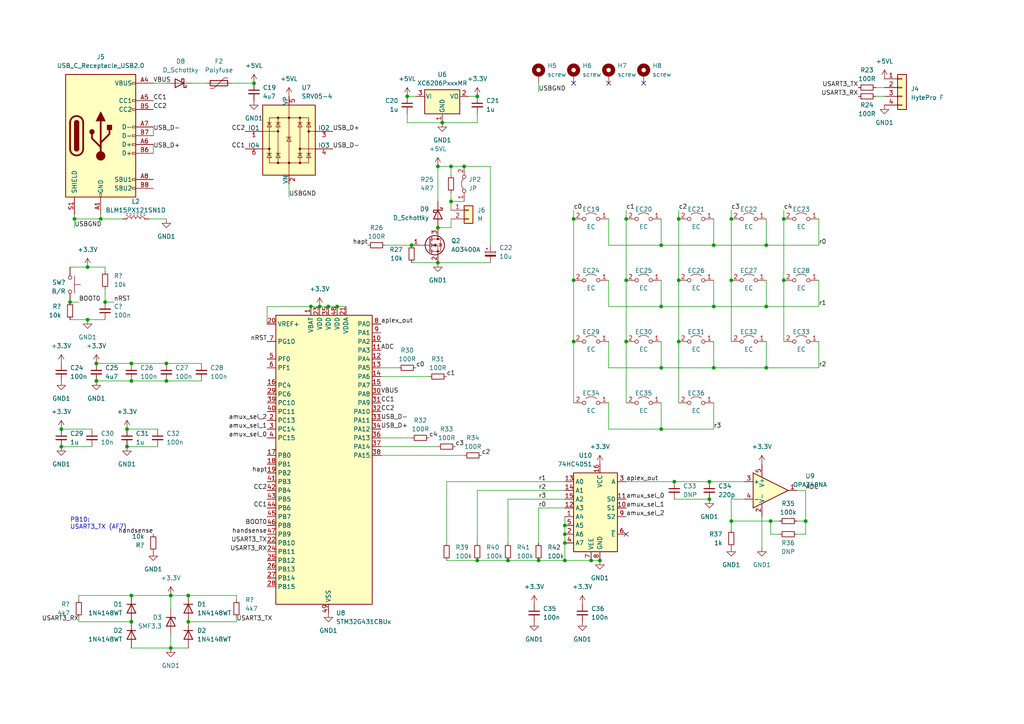
<source format=kicad_sch>
(kicad_sch (version 20231120) (generator "eeschema") (generator_version "8.0")
  (paper "A4")
  (junction (at 90.17 88.9))
  (junction (at 212.09 63.5))
  (junction (at 222.25 71.12))
  (junction (at 191.77 124.46))
  (junction (at 127 66.04))
  (junction (at 163.83 157.48))
  (junction (at 163.83 152.4))
  (junction (at 128.27 35.56))
  (junction (at 95.25 88.9))
  (junction (at 54.61 180.34))
  (junction (at 207.01 88.9))
  (junction (at 195.58 139.7))
  (junction (at 212.09 81.28))
  (junction (at 118.11 27.94))
  (junction (at 138.43 27.94))
  (junction (at 227.33 63.5))
  (junction (at 196.85 99.06))
  (junction (at 17.78 124.46))
  (junction (at 173.99 162.56))
  (junction (at 207.01 71.12))
  (junction (at 119.38 71.12))
  (junction (at 191.77 106.68))
  (junction (at 181.61 81.28))
  (junction (at 48.26 110.49))
  (junction (at 25.4 92.71))
  (junction (at 27.94 105.41))
  (junction (at 130.81 58.42))
  (junction (at 138.43 162.56))
  (junction (at 21.59 63.5))
  (junction (at 181.61 63.5))
  (junction (at 191.77 71.12))
  (junction (at 156.21 162.56))
  (junction (at 205.74 144.78))
  (junction (at 25.4 77.47))
  (junction (at 27.94 110.49))
  (junction (at 48.26 105.41))
  (junction (at 97.79 88.9))
  (junction (at 166.37 81.28))
  (junction (at 127 76.2))
  (junction (at 196.85 81.28))
  (junction (at 166.37 63.5))
  (junction (at 196.85 63.5))
  (junction (at 36.83 124.46))
  (junction (at 38.1 172.72))
  (junction (at 38.1 110.49))
  (junction (at 227.33 81.28))
  (junction (at 38.1 105.41))
  (junction (at 36.83 129.54))
  (junction (at 222.25 88.9))
  (junction (at 30.48 87.63))
  (junction (at 134.62 48.26))
  (junction (at 29.21 63.5))
  (junction (at 147.32 162.56))
  (junction (at 223.52 151.13))
  (junction (at 171.45 162.56))
  (junction (at 205.74 139.7))
  (junction (at 49.53 172.72))
  (junction (at 166.37 99.06))
  (junction (at 191.77 88.9))
  (junction (at 54.61 172.72))
  (junction (at 49.53 187.96))
  (junction (at 233.68 151.13))
  (junction (at 17.78 129.54))
  (junction (at 181.61 99.06))
  (junction (at 163.83 162.56))
  (junction (at 212.09 151.13))
  (junction (at 130.81 48.26))
  (junction (at 38.1 180.34))
  (junction (at 207.01 106.68))
  (junction (at 73.66 24.13))
  (junction (at 163.83 154.94))
  (junction (at 222.25 106.68))
  (junction (at 127 48.26))
  (junction (at 20.32 87.63))
  (junction (at 92.71 88.9))
  (no_connect (at 181.61 154.94))
  (no_connect (at 186.69 24.13))
  (no_connect (at 166.37 24.13))
  (no_connect (at 176.53 24.13))
  (wire (pts (xy 130.81 48.26) (xy 134.62 48.26)))
  (wire (pts (xy 227.33 81.28) (xy 227.33 99.06)))
  (wire (pts (xy 156.21 157.48) (xy 156.21 147.32)))
  (wire (pts (xy 222.25 88.9) (xy 237.49 88.9)))
  (wire (pts (xy 20.32 87.63) (xy 22.86 87.63)))
  (wire (pts (xy 237.49 81.28) (xy 237.49 88.9)))
  (wire (pts (xy 233.68 151.13) (xy 233.68 154.94)))
  (wire (pts (xy 142.24 71.12) (xy 142.24 48.26)))
  (wire (pts (xy 110.49 127) (xy 119.38 127)))
  (wire (pts (xy 147.32 157.48) (xy 147.32 144.78)))
  (wire (pts (xy 111.76 71.12) (xy 119.38 71.12)))
  (wire (pts (xy 223.52 151.13) (xy 223.52 154.94)))
  (wire (pts (xy 176.53 106.68) (xy 176.53 99.06)))
  (wire (pts (xy 17.78 124.46) (xy 26.67 124.46)))
  (wire (pts (xy 207.01 116.84) (xy 207.01 124.46)))
  (wire (pts (xy 163.83 162.56) (xy 171.45 162.56)))
  (wire (pts (xy 254 27.94) (xy 256.54 27.94)))
  (wire (pts (xy 212.09 153.67) (xy 212.09 151.13)))
  (wire (pts (xy 237.49 99.06) (xy 237.49 106.68)))
  (wire (pts (xy 196.85 99.06) (xy 196.85 116.84)))
  (wire (pts (xy 36.83 124.46) (xy 45.72 124.46)))
  (wire (pts (xy 43.18 63.5) (xy 48.26 63.5)))
  (wire (pts (xy 130.81 63.5) (xy 130.81 66.04)))
  (wire (pts (xy 92.71 88.9) (xy 95.25 88.9)))
  (wire (pts (xy 68.58 173.99) (xy 68.58 172.72)))
  (wire (pts (xy 212.09 151.13) (xy 212.09 144.78)))
  (wire (pts (xy 38.1 110.49) (xy 48.26 110.49)))
  (wire (pts (xy 27.94 105.41) (xy 38.1 105.41)))
  (wire (pts (xy 191.77 71.12) (xy 176.53 71.12)))
  (wire (pts (xy 49.53 187.96) (xy 54.61 187.96)))
  (wire (pts (xy 22.86 179.07) (xy 22.86 180.34)))
  (wire (pts (xy 54.61 172.72) (xy 68.58 172.72)))
  (wire (pts (xy 176.53 71.12) (xy 176.53 63.5)))
  (wire (pts (xy 124.46 109.22) (xy 110.49 109.22)))
  (wire (pts (xy 127 48.26) (xy 130.81 48.26)))
  (wire (pts (xy 254 25.4) (xy 256.54 25.4)))
  (wire (pts (xy 83.82 53.34) (xy 83.82 57.15)))
  (wire (pts (xy 118.11 27.94) (xy 120.65 27.94)))
  (wire (pts (xy 181.61 99.06) (xy 181.61 116.84)))
  (wire (pts (xy 147.32 162.56) (xy 156.21 162.56)))
  (wire (pts (xy 181.61 60.96) (xy 181.61 63.5)))
  (wire (pts (xy 30.48 83.82) (xy 30.48 87.63)))
  (wire (pts (xy 129.54 157.48) (xy 129.54 139.7)))
  (wire (pts (xy 191.77 81.28) (xy 191.77 88.9)))
  (wire (pts (xy 191.77 106.68) (xy 176.53 106.68)))
  (wire (pts (xy 191.77 99.06) (xy 191.77 106.68)))
  (wire (pts (xy 48.26 110.49) (xy 58.42 110.49)))
  (wire (pts (xy 207.01 81.28) (xy 207.01 88.9)))
  (wire (pts (xy 138.43 142.24) (xy 163.83 142.24)))
  (wire (pts (xy 138.43 27.94) (xy 135.89 27.94)))
  (wire (pts (xy 196.85 63.5) (xy 196.85 81.28)))
  (wire (pts (xy 227.33 60.96) (xy 227.33 63.5)))
  (wire (pts (xy 77.47 88.9) (xy 90.17 88.9)))
  (wire (pts (xy 191.77 124.46) (xy 207.01 124.46)))
  (wire (pts (xy 212.09 81.28) (xy 212.09 99.06)))
  (wire (pts (xy 30.48 87.63) (xy 33.02 87.63)))
  (wire (pts (xy 176.53 116.84) (xy 176.53 124.46)))
  (wire (pts (xy 128.27 35.56) (xy 138.43 35.56)))
  (wire (pts (xy 222.25 99.06) (xy 222.25 106.68)))
  (wire (pts (xy 130.81 66.04) (xy 127 66.04)))
  (wire (pts (xy 22.86 172.72) (xy 38.1 172.72)))
  (wire (pts (xy 25.4 77.47) (xy 30.48 77.47)))
  (wire (pts (xy 95.25 88.9) (xy 97.79 88.9)))
  (wire (pts (xy 35.56 63.5) (xy 29.21 63.5)))
  (wire (pts (xy 212.09 60.96) (xy 212.09 63.5)))
  (wire (pts (xy 166.37 81.28) (xy 166.37 99.06)))
  (wire (pts (xy 77.47 93.98) (xy 77.47 88.9)))
  (wire (pts (xy 118.11 35.56) (xy 128.27 35.56)))
  (wire (pts (xy 207.01 71.12) (xy 222.25 71.12)))
  (wire (pts (xy 147.32 144.78) (xy 163.83 144.78)))
  (wire (pts (xy 237.49 63.5) (xy 237.49 71.12)))
  (wire (pts (xy 207.01 99.06) (xy 207.01 106.68)))
  (wire (pts (xy 38.1 187.96) (xy 49.53 187.96)))
  (wire (pts (xy 130.81 55.88) (xy 130.81 58.42)))
  (wire (pts (xy 166.37 60.96) (xy 166.37 63.5)))
  (wire (pts (xy 25.4 92.71) (xy 30.48 92.71)))
  (wire (pts (xy 97.79 88.9) (xy 100.33 88.9)))
  (wire (pts (xy 22.86 173.99) (xy 22.86 172.72)))
  (wire (pts (xy 196.85 60.96) (xy 196.85 63.5)))
  (wire (pts (xy 127 48.26) (xy 127 58.42)))
  (wire (pts (xy 129.54 139.7) (xy 163.83 139.7)))
  (wire (pts (xy 195.58 144.78) (xy 205.74 144.78)))
  (wire (pts (xy 191.77 106.68) (xy 207.01 106.68)))
  (wire (pts (xy 130.81 48.26) (xy 130.81 50.8)))
  (wire (pts (xy 231.14 142.24) (xy 233.68 142.24)))
  (wire (pts (xy 110.49 132.08) (xy 134.62 132.08)))
  (wire (pts (xy 212.09 144.78) (xy 215.9 144.78)))
  (wire (pts (xy 222.25 81.28) (xy 222.25 88.9)))
  (wire (pts (xy 55.88 24.13) (xy 59.69 24.13)))
  (wire (pts (xy 138.43 157.48) (xy 138.43 142.24)))
  (wire (pts (xy 44.45 41.91) (xy 44.45 44.45)))
  (wire (pts (xy 233.68 151.13) (xy 233.68 142.24)))
  (wire (pts (xy 130.81 58.42) (xy 130.81 60.96)))
  (wire (pts (xy 127 76.2) (xy 142.24 76.2)))
  (wire (pts (xy 222.25 71.12) (xy 237.49 71.12)))
  (wire (pts (xy 38.1 172.72) (xy 49.53 172.72)))
  (wire (pts (xy 54.61 180.34) (xy 68.58 180.34)))
  (wire (pts (xy 21.59 62.23) (xy 21.59 63.5)))
  (wire (pts (xy 196.85 81.28) (xy 196.85 99.06)))
  (wire (pts (xy 163.83 157.48) (xy 163.83 162.56)))
  (wire (pts (xy 231.14 151.13) (xy 233.68 151.13)))
  (wire (pts (xy 191.77 88.9) (xy 207.01 88.9)))
  (wire (pts (xy 17.78 129.54) (xy 26.67 129.54)))
  (wire (pts (xy 30.48 78.74) (xy 30.48 77.47)))
  (wire (pts (xy 67.31 24.13) (xy 73.66 24.13)))
  (wire (pts (xy 22.86 180.34) (xy 38.1 180.34)))
  (wire (pts (xy 68.58 179.07) (xy 68.58 180.34)))
  (wire (pts (xy 207.01 88.9) (xy 222.25 88.9)))
  (wire (pts (xy 205.74 139.7) (xy 215.9 139.7)))
  (wire (pts (xy 118.11 33.02) (xy 118.11 35.56)))
  (wire (pts (xy 195.58 139.7) (xy 205.74 139.7)))
  (wire (pts (xy 119.38 76.2) (xy 127 76.2)))
  (wire (pts (xy 191.77 124.46) (xy 176.53 124.46)))
  (wire (pts (xy 156.21 162.56) (xy 163.83 162.56)))
  (wire (pts (xy 156.21 147.32) (xy 163.83 147.32)))
  (wire (pts (xy 115.57 106.68) (xy 110.49 106.68)))
  (wire (pts (xy 20.32 92.71) (xy 25.4 92.71)))
  (wire (pts (xy 44.45 24.13) (xy 48.26 24.13)))
  (wire (pts (xy 90.17 88.9) (xy 92.71 88.9)))
  (wire (pts (xy 191.77 116.84) (xy 191.77 124.46)))
  (wire (pts (xy 44.45 36.83) (xy 44.45 39.37)))
  (wire (pts (xy 181.61 63.5) (xy 181.61 81.28)))
  (wire (pts (xy 134.62 48.26) (xy 142.24 48.26)))
  (wire (pts (xy 181.61 139.7) (xy 195.58 139.7)))
  (wire (pts (xy 166.37 63.5) (xy 166.37 81.28)))
  (wire (pts (xy 156.21 26.67) (xy 156.21 24.13)))
  (wire (pts (xy 163.83 149.86) (xy 163.83 152.4)))
  (wire (pts (xy 163.83 154.94) (xy 163.83 157.48)))
  (wire (pts (xy 220.98 158.75) (xy 220.98 149.86)))
  (wire (pts (xy 231.14 154.94) (xy 233.68 154.94)))
  (wire (pts (xy 20.32 77.47) (xy 25.4 77.47)))
  (wire (pts (xy 21.59 63.5) (xy 29.21 63.5)))
  (wire (pts (xy 176.53 88.9) (xy 176.53 81.28)))
  (wire (pts (xy 212.09 63.5) (xy 212.09 81.28)))
  (wire (pts (xy 191.77 63.5) (xy 191.77 71.12)))
  (wire (pts (xy 191.77 88.9) (xy 176.53 88.9)))
  (wire (pts (xy 49.53 172.72) (xy 54.61 172.72)))
  (wire (pts (xy 223.52 154.94) (xy 226.06 154.94)))
  (wire (pts (xy 181.61 81.28) (xy 181.61 99.06)))
  (wire (pts (xy 163.83 152.4) (xy 163.83 154.94)))
  (wire (pts (xy 223.52 151.13) (xy 226.06 151.13)))
  (wire (pts (xy 222.25 63.5) (xy 222.25 71.12)))
  (wire (pts (xy 138.43 162.56) (xy 147.32 162.56)))
  (wire (pts (xy 27.94 110.49) (xy 38.1 110.49)))
  (wire (pts (xy 166.37 99.06) (xy 166.37 116.84)))
  (wire (pts (xy 21.59 63.5) (xy 21.59 66.04)))
  (wire (pts (xy 29.21 63.5) (xy 29.21 62.23)))
  (wire (pts (xy 171.45 162.56) (xy 173.99 162.56)))
  (wire (pts (xy 212.09 151.13) (xy 223.52 151.13)))
  (wire (pts (xy 207.01 63.5) (xy 207.01 71.12)))
  (wire (pts (xy 138.43 35.56) (xy 138.43 33.02)))
  (wire (pts (xy 38.1 105.41) (xy 48.26 105.41)))
  (wire (pts (xy 36.83 129.54) (xy 45.72 129.54)))
  (wire (pts (xy 110.49 129.54) (xy 127 129.54)))
  (wire (pts (xy 49.53 176.53) (xy 49.53 172.72)))
  (wire (pts (xy 48.26 105.41) (xy 58.42 105.41)))
  (wire (pts (xy 129.54 162.56) (xy 138.43 162.56)))
  (wire (pts (xy 191.77 71.12) (xy 207.01 71.12)))
  (wire (pts (xy 207.01 106.68) (xy 222.25 106.68)))
  (wire (pts (xy 227.33 63.5) (xy 227.33 81.28)))
  (wire (pts (xy 130.81 58.42) (xy 134.62 58.42)))
  (wire (pts (xy 222.25 106.68) (xy 237.49 106.68)))
  (wire (pts (xy 49.53 184.15) (xy 49.53 187.96)))
  (text "PB10:\nUSART3_TX (AF7)\n" (at 20.32 153.67 0) (effects (font (size 1.27 1.27)) (justify left bottom)))
  (label "USART3_RX" (at 248.92 27.94 180))
  (label "c2" (at 139.7 132.08 0))
  (label "amux_sel_0" (at 77.47 127 180))
  (label "CC2" (at 44.45 31.75 0))
  (label "amux_sel_2" (at 77.47 121.92 180))
  (label "CC1" (at 44.45 29.21 0))
  (label "amux_sel_1" (at 77.47 124.46 180))
  (label "c0" (at 120.65 106.68 0))
  (label "c4" (at 124.46 127 0))
  (label "VBUS" (at 110.49 114.3 0))
  (label "r2" (at 156.21 142.24 0))
  (label "USB_D-" (at 110.49 121.92 0))
  (label "USB_D+" (at 96.52 38.1 0))
  (label "r1" (at 237.49 88.9 0))
  (label "USBGND" (at 21.59 66.04 0))
  (label "r3" (at 156.21 144.78 0))
  (label "amux_sel_1" (at 181.61 147.32 0))
  (label "nRST" (at 77.47 99.06 180))
  (label "USART3_TX" (at 68.58 180.34 0))
  (label "USB_D+" (at 110.49 124.46 0))
  (label "CC1" (at 71.12 43.18 180))
  (label "USART3_TX" (at 77.47 157.48 180))
  (label "USART3_RX" (at 22.86 180.34 180))
  (label "USB_D-" (at 44.45 38.1 0))
  (label "USB_D-" (at 96.52 43.18 0))
  (label "c3" (at 132.08 129.54 0))
  (label "BOOT0" (at 77.47 152.4 180))
  (label "ADC" (at 233.68 142.24 0))
  (label "CC1" (at 77.47 147.32 180))
  (label "hapt" (at 106.68 71.12 180))
  (label "CC2" (at 71.12 38.1 180))
  (label "r0" (at 237.49 71.12 0))
  (label "c1" (at 129.54 109.22 0))
  (label "c2" (at 196.85 60.96 0))
  (label "VBUS" (at 44.45 24.13 0))
  (label "USART3_RX" (at 77.47 160.02 180))
  (label "r0" (at 156.21 147.32 0))
  (label "ADC" (at 110.49 101.6 0))
  (label "USBGND" (at 156.21 26.67 0))
  (label "hapt" (at 77.47 137.16 180))
  (label "aplex_out" (at 110.49 93.98 0))
  (label "r3" (at 207.01 124.46 0))
  (label "CC2" (at 77.47 142.24 180))
  (label "amux_sel_0" (at 181.61 144.78 0))
  (label "USART3_TX" (at 248.92 25.4 180))
  (label "CC1" (at 110.49 116.84 0))
  (label "BOOT0" (at 22.86 87.63 0))
  (label "handsense" (at 77.47 154.94 180))
  (label "r2" (at 237.49 106.68 0))
  (label "c0" (at 166.37 60.96 0))
  (label "amux_sel_2" (at 181.61 149.86 0))
  (label "c1" (at 181.61 60.96 0))
  (label "USBGND" (at 83.82 57.15 0))
  (label "nRST" (at 33.02 87.63 0))
  (label "aplex_out" (at 181.61 139.7 0))
  (label "c3" (at 212.09 60.96 0))
  (label "handsense" (at 44.45 154.94 180))
  (label "USB_D+" (at 44.45 43.18 0))
  (label "c4" (at 227.33 60.96 0))
  (label "CC2" (at 110.49 119.38 0))
  (label "r1" (at 156.21 139.7 0))
  (symbol (lib_id "74xx:74HC4051") (at 173.99 147.32 0) (mirror y) (unit 1)
    (property "Reference" "U10" (at 171.7959 132.08 0) (effects (justify left)))
    (property "Value" "74HC4051" (at 171.7959 134.62 0) (effects (justify left)))
    (property "Footprint" "Package_SO:TSSOP-16_4.4x5mm_P0.65mm" (effects (hide yes)))
    (property "Datasheet" "http://www.ti.com/lit/ds/symlink/cd74hc4051.pdf" (effects (hide yes)))
  )
  (symbol (lib_id "power:GND1") (at 17.78 110.49 0) (unit 1)
    (property "Reference" "#PWR053" (effects (hide yes)))
    (property "Value" "GND1" (at 17.78 115.57 0))
  )
  (symbol (lib_id "Device:R_Small") (at 121.92 127 90) (unit 1)
    (property "Reference" "R32" (at 121.92 121.92 90))
    (property "Value" "100R" (at 121.92 124.46 90))
    (property "Footprint" "Resistor_SMD:R_0402_1005Metric" (effects (hide yes)))
  )
  (symbol (lib_id "Switch:SW_Push") (at 20.32 82.55 270) (unit 1)
    (property "Reference" "SW?" (at 19.05 81.915 90) (effects (justify right)))
    (property "Value" "B/R" (at 19.05 84.455 90) (effects (justify right)))
    (property "Footprint" "PCM_marbastlib-various:SW_SPST_SKQG_WithStem" (effects (hide yes)))
    (instances (project "werk-one-pcb-ml" (path "" (reference "SW?") (unit 1))) (project "theseus-75" (path "" (reference "SW1") (unit 1))) (project "unmechanical-sweepish" (path "" (reference "SW2") (unit 1))))
  )
  (symbol (lib_id "Device:D_Schottky") (at 52.07 24.13 180) (unit 1)
    (property "Reference" "D8" (at 52.3875 17.78 0))
    (property "Value" "D_Schottky" (at 52.3875 20.32 0))
    (property "Footprint" "Diode_SMD:D_SOD-123F" (effects (hide yes)))
  )
  (symbol (lib_id "Device:R_Small") (at 20.32 90.17 0) (unit 1)
    (property "Reference" "R?" (at 17.78 88.9 0) (effects (justify right)))
    (property "Value" "10k" (at 17.78 91.44 0) (effects (justify right)))
    (property "Footprint" "Resistor_SMD:R_0402_1005Metric" (effects (hide yes)))
    (instances (project "werk-one-pcb-ml" (path "" (reference "R?") (unit 1))) (project "theseus-75" (path "" (reference "R13") (unit 1))) (project "unmechanical-sweepish" (path "" (reference "R29") (unit 1))))
  )
  (symbol (lib_id "Regulator_Linear:XC6206PxxxMR") (at 128.27 27.94 0) (unit 1)
    (property "Reference" "U6" (at 128.27 21.59 0))
    (property "Value" "XC6206PxxxMR" (at 128.27 24.13 0))
    (property "Footprint" "Package_TO_SOT_SMD:SOT-23-3" (effects (hide yes)))
    (property "Datasheet" "https://www.torexsemi.com/file/xc6206/XC6206.pdf" (effects (hide yes)))
  )
  (symbol (lib_id "Transistor_FET:AO3400A") (at 124.46 71.12 0) (unit 1)
    (property "Reference" "Q2" (at 130.81 69.85 0) (effects (justify left)))
    (property "Value" "AO3400A" (at 130.81 72.39 0) (effects (justify left)))
    (property "Footprint" "Package_TO_SOT_SMD:SOT-23" (effects (hide yes)))
    (property "Datasheet" "http://www.aosmd.com/pdfs/datasheet/AO3400A.pdf" (effects (hide yes)))
  )
  (symbol (lib_id "power:GND1") (at 49.53 187.96 0) (unit 1)
    (property "Reference" "#PWR072" (effects (hide yes)))
    (property "Value" "GND1" (at 49.53 193.04 0))
  )
  (symbol (lib_id "power:GND1") (at 25.4 92.71 0) (unit 1)
    (property "Reference" "#PWR050" (effects (hide yes)))
    (property "Value" "GND1" (at 25.4 97.79 0))
  )
  (symbol (lib_id "Jumper:Jumper_2_Bridged") (at 134.62 53.34 90) (unit 1)
    (property "Reference" "JP2" (at 135.89 52.07 90) (effects (justify right)))
    (property "Value" "JP" (at 135.89 54.61 90) (effects (justify right)))
    (property "Footprint" "Jumper:SolderJumper-2_P1.3mm_Bridged2Bar_RoundedPad1.0x1.5mm" (effects (hide yes)))
  )
  (symbol (lib_id "Diode:1N4148WT") (at 54.61 176.53 270) (unit 1)
    (property "Reference" "D1" (at 57.15 175.26 90) (effects (justify left)))
    (property "Value" "1N4148WT" (at 57.15 177.8 90) (effects (justify left)))
    (property "Footprint" "Diode_SMD:D_SOD-523" (effects (hide yes)))
    (property "Datasheet" "https://www.diodes.com/assets/Datasheets/ds30396.pdf" (effects (hide yes)))
    (property "Sim.Device" "D" (effects (hide yes)))
    (property "Sim.Pins" "1=K 2=A" (effects (hide yes)))
    (instances (project "theseus-75" (path "" (reference "D1") (unit 1))) (project "unmechanical-sweepish" (path "" (reference "D11") (unit 1))))
  )
  (symbol (lib_id "Jumper:Jumper_2_Open") (at 171.45 81.28 0) (mirror y) (unit 1)
    (property "Reference" "EC24" (at 171.45 78.486 0))
    (property "Value" "EC" (at 171.45 83.566 0))
    (property "Footprint" "ec_finger_touch:capsense_finger_1" (effects (hide yes)))
  )
  (symbol (lib_id "power:GND1") (at 48.26 63.5 0) (unit 1)
    (property "Reference" "#PWR046" (effects (hide yes)))
    (property "Value" "GND1" (at 48.26 68.58 0))
  )
  (symbol (lib_id "Device:Polyfuse") (at 63.5 24.13 90) (unit 1)
    (property "Reference" "F2" (at 63.5 17.78 90))
    (property "Value" "Polyfuse" (at 63.5 20.32 90))
    (property "Footprint" "Fuse:Fuse_0603_1608Metric" (effects (hide yes)))
  )
  (symbol (lib_id "Device:D_Schottky") (at 127 62.23 270) (unit 1)
    (property "Reference" "D9" (at 124.46 60.6425 90) (effects (justify right)))
    (property "Value" "D_Schottky" (at 124.46 63.1825 90) (effects (justify right)))
    (property "Footprint" "Diode_SMD:D_SOD-123F" (effects (hide yes)))
  )
  (symbol (lib_id "power:+3.3V") (at 25.4 77.47 0) (unit 1)
    (property "Reference" "#PWR048" (effects (hide yes)))
    (property "Value" "+3.3V" (at 25.4 72.39 0))
  )
  (symbol (lib_id "power:+3.3V") (at 168.91 175.26 0) (unit 1)
    (property "Reference" "#PWR068" (effects (hide yes)))
    (property "Value" "+3.3V" (at 168.91 170.18 0))
  )
  (symbol (lib_id "Device:C_Small") (at 168.91 177.8 0) (unit 1)
    (property "Reference" "C36" (at 171.45 176.5363 0) (effects (justify left)))
    (property "Value" "100n" (at 171.45 179.0763 0) (effects (justify left)))
    (property "Footprint" "Capacitor_SMD:C_0402_1005Metric" (effects (hide yes)))
  )
  (symbol (lib_id "Device:C_Small") (at 45.72 127 0) (unit 1)
    (property "Reference" "C32" (at 48.26 125.7363 0) (effects (justify left)))
    (property "Value" "100n" (at 48.26 128.2763 0) (effects (justify left)))
    (property "Footprint" "Capacitor_SMD:C_0402_1005Metric" (effects (hide yes)))
  )
  (symbol (lib_id "power:GND1") (at 173.99 162.56 0) (unit 1)
    (property "Reference" "#PWR065" (effects (hide yes)))
    (property "Value" "GND1" (at 173.99 167.64 0))
  )
  (symbol (lib_id "Device:R_Small") (at 137.16 132.08 90) (unit 1)
    (property "Reference" "R34" (at 137.16 127 90))
    (property "Value" "100R" (at 137.16 129.54 90))
    (property "Footprint" "Resistor_SMD:R_0402_1005Metric" (effects (hide yes)))
  )
  (symbol (lib_id "Jumper:Jumper_2_Open") (at 186.69 99.06 0) (mirror y) (unit 1)
    (property "Reference" "EC30" (at 186.69 96.266 0))
    (property "Value" "EC" (at 186.69 101.346 0))
    (property "Footprint" "ec_finger_touch:capsense_finger_1" (effects (hide yes)))
  )
  (symbol (lib_id "Device:C_Small") (at 195.58 142.24 0) (unit 1)
    (property "Reference" "C33" (at 198.12 140.9763 0) (effects (justify left)))
    (property "Value" "DNP" (at 198.12 143.5163 0) (effects (justify left)))
    (property "Footprint" "Capacitor_SMD:C_0603_1608Metric_Pad1.08x0.95mm_HandSolder" (effects (hide yes)))
  )
  (symbol (lib_id "Device:C_Small") (at 73.66 26.67 0) (unit 1)
    (property "Reference" "C19" (at 76.2 25.4063 0) (effects (justify left)))
    (property "Value" "4u7" (at 76.2 27.9463 0) (effects (justify left)))
    (property "Footprint" "Capacitor_SMD:C_0402_1005Metric" (effects (hide yes)))
  )
  (symbol (lib_id "Jumper:Jumper_2_Open") (at 232.41 81.28 0) (mirror y) (unit 1)
    (property "Reference" "EC28" (at 232.41 78.486 0))
    (property "Value" "EC" (at 232.41 83.566 0))
    (property "Footprint" "ec_finger_touch:capsense_finger_1" (effects (hide yes)))
  )
  (symbol (lib_id "Diode:1N4148WT") (at 38.1 184.15 270) (unit 1)
    (property "Reference" "D2" (at 35.56 182.88 90) (effects (justify right)))
    (property "Value" "1N4148WT" (at 35.56 185.42 90) (effects (justify right)))
    (property "Footprint" "Diode_SMD:D_SOD-523" (effects (hide yes)))
    (property "Datasheet" "https://www.diodes.com/assets/Datasheets/ds30396.pdf" (effects (hide yes)))
    (property "Sim.Device" "D" (effects (hide yes)))
    (property "Sim.Pins" "1=K 2=A" (effects (hide yes)))
    (instances (project "theseus-75" (path "" (reference "D2") (unit 1))) (project "unmechanical-sweepish" (path "" (reference "D13") (unit 1))))
  )
  (symbol (lib_id "Device:C_Small") (at 58.42 107.95 0) (unit 1)
    (property "Reference" "C28" (at 60.96 106.6863 0) (effects (justify left)))
    (property "Value" "100n" (at 60.96 109.2263 0) (effects (justify left)))
    (property "Footprint" "Capacitor_SMD:C_0402_1005Metric" (effects (hide yes)))
  )
  (symbol (lib_id "Device:R_Small") (at 251.46 25.4 90) (unit 1)
    (property "Reference" "R23" (at 251.46 20.32 90))
    (property "Value" "100R" (at 251.46 22.86 90))
    (property "Footprint" "Resistor_SMD:R_0402_1005Metric" (effects (hide yes)))
  )
  (symbol (lib_id "Device:R_Small") (at 129.54 160.02 0) (unit 1)
    (property "Reference" "R39" (at 132.08 158.75 0) (effects (justify left)))
    (property "Value" "100k" (at 132.08 161.29 0) (effects (justify left)))
    (property "Footprint" "Resistor_SMD:R_0402_1005Metric" (effects (hide yes)))
  )
  (symbol (lib_id "Jumper:Jumper_2_Open") (at 186.69 63.5 0) (mirror y) (unit 1)
    (property "Reference" "EC20" (at 186.69 60.706 0))
    (property "Value" "EC" (at 186.69 65.786 0))
    (property "Footprint" "ec_finger_touch:capsense_finger_1" (effects (hide yes)))
  )
  (symbol (lib_id "Device:L_Ferrite") (at 39.37 63.5 90) (unit 1)
    (property "Reference" "L2" (at 39.37 58.42 90))
    (property "Value" "BLM15PX121SN1D" (at 39.37 60.96 90))
    (property "Footprint" "Inductor_SMD:L_0402_1005Metric" (effects (hide yes)))
    (instances (project "theseus-75" (path "" (reference "L2") (unit 1))) (project "unmechanical-sweepish" (path "" (reference "L2") (unit 1))) (project "theseus-db-l" (path "" (reference "L?") (unit 1))))
  )
  (symbol (lib_id "Jumper:Jumper_2_Open") (at 201.93 116.84 0) (mirror y) (unit 1)
    (property "Reference" "EC36" (at 201.93 114.046 0))
    (property "Value" "EC" (at 201.93 119.126 0))
    (property "Footprint" "ec_finger_touch:capsense_finger_1" (effects (hide yes)))
  )
  (symbol (lib_id "power:GND1") (at 44.45 160.02 0) (unit 1)
    (property "Reference" "#PWR064" (effects (hide yes)))
    (property "Value" "GND1" (at 44.45 165.1 0))
  )
  (symbol (lib_id "Device:C_Small") (at 27.94 107.95 0) (unit 1)
    (property "Reference" "C25" (at 30.48 106.6863 0) (effects (justify left)))
    (property "Value" "4u7" (at 30.48 109.2263 0) (effects (justify left)))
    (property "Footprint" "Capacitor_SMD:C_0402_1005Metric" (effects (hide yes)))
  )
  (symbol (lib_id "Jumper:Jumper_2_Open") (at 171.45 99.06 0) (mirror y) (unit 1)
    (property "Reference" "EC29" (at 171.45 96.266 0))
    (property "Value" "EC" (at 171.45 101.346 0))
    (property "Footprint" "ec_finger_touch:capsense_finger_1" (effects (hide yes)))
  )
  (symbol (lib_id "power:+3.3V") (at 17.78 124.46 0) (unit 1)
    (property "Reference" "#PWR055" (effects (hide yes)))
    (property "Value" "+3.3V" (at 17.78 119.38 0))
  )
  (symbol (lib_id "Jumper:Jumper_2_Open") (at 171.45 63.5 0) (mirror y) (unit 1)
    (property "Reference" "EC19" (at 171.45 60.706 0))
    (property "Value" "EC" (at 171.45 65.786 0))
    (property "Footprint" "ec_finger_touch:capsense_finger_1" (effects (hide yes)))
  )
  (symbol (lib_id "power:+3.3V") (at 220.98 134.62 0) (unit 1)
    (property "Reference" "#PWR060" (effects (hide yes)))
    (property "Value" "+3.3V" (at 220.98 129.54 0))
  )
  (symbol (lib_id "power:GND1") (at 220.98 158.75 0) (unit 1)
    (property "Reference" "#PWR063" (effects (hide yes)))
    (property "Value" "GND1" (at 220.98 163.83 0))
  )
  (symbol (lib_id "MCU_ST_STM32G4:STM32G431CBUx") (at 92.71 134.62 0) (unit 1)
    (property "Reference" "U8" (at 97.4441 177.8 0) (effects (justify left)))
    (property "Value" "STM32G431CBUx" (at 97.4441 180.34 0) (effects (justify left)))
    (property "Footprint" "Package_DFN_QFN:QFN-48-1EP_7x7mm_P0.5mm_EP5.6x5.6mm" (effects (hide yes)))
    (property "Datasheet" "https://www.st.com/resource/en/datasheet/stm32g431cb.pdf" (effects (hide yes)))
  )
  (symbol (lib_id "Jumper:Jumper_2_Open") (at 171.45 116.84 0) (mirror y) (unit 1)
    (property "Reference" "EC34" (at 171.45 114.046 0))
    (property "Value" "EC" (at 171.45 119.126 0))
    (property "Footprint" "ec_finger_touch:capsense_finger_1" (effects (hide yes)))
  )
  (symbol (lib_id "Device:D_Zener") (at 49.53 180.34 270) (unit 1)
    (property "Reference" "D3" (at 46.99 179.07 90) (effects (justify right)))
    (property "Value" "SMF3.3" (at 46.99 181.61 90) (effects (justify right)))
    (property "Footprint" "Diode_SMD:D_SOD-123F" (effects (hide yes)))
    (instances (project "theseus-75" (path "" (reference "D3") (unit 1))) (project "unmechanical-sweepish" (path "" (reference "D12") (unit 1))))
  )
  (symbol (lib_id "power:+3.3V") (at 154.94 175.26 0) (unit 1)
    (property "Reference" "#PWR067" (effects (hide yes)))
    (property "Value" "+3.3V" (at 154.94 170.18 0))
  )
  (symbol (lib_id "power:+3.3V") (at 27.94 105.41 0) (unit 1)
    (property "Reference" "#PWR052" (effects (hide yes)))
    (property "Value" "+3.3V" (at 27.94 100.33 0))
  )
  (symbol (lib_id "Device:R_Small") (at 251.46 27.94 90) (unit 1)
    (property "Reference" "R24" (at 251.46 30.48 90))
    (property "Value" "100R" (at 251.46 33.02 90))
    (property "Footprint" "Resistor_SMD:R_0402_1005Metric" (effects (hide yes)))
  )
  (symbol (lib_id "Connector:USB_C_Receptacle_USB2.0") (at 29.21 39.37 0) (unit 1)
    (property "Reference" "J5" (at 29.21 16.51 0))
    (property "Value" "USB_C_Receptacle_USB2.0" (at 29.21 19.05 0))
    (property "Footprint" "PCM_marbastlib-various:USB_C_Receptacle_HRO_TYPE-C-31-M-14" (effects (hide yes)))
    (property "Datasheet" "https://www.usb.org/sites/default/files/documents/usb_type-c.zip" (effects (hide yes)))
  )
  (symbol (lib_id "Jumper:Jumper_2_Open") (at 232.41 99.06 0) (mirror y) (unit 1)
    (property "Reference" "EC33" (at 232.41 96.266 0))
    (property "Value" "EC" (at 232.41 101.346 0))
    (property "Footprint" "ec_finger_touch:capsense_finger_1" (effects (hide yes)))
  )
  (symbol (lib_id "Mechanical:MountingHole_Pad") (at 166.37 21.59 0) (unit 1)
    (property "Reference" "H6" (at 168.91 19.05 0) (effects (justify left)))
    (property "Value" "screw" (at 168.91 21.59 0) (effects (justify left)))
    (property "Footprint" "MountingHole:MountingHole_3.2mm_M3_DIN965_Pad" (effects (hide yes)))
  )
  (symbol (lib_id "power:+5VL") (at 73.66 24.13 0) (unit 1)
    (property "Reference" "#PWR038" (effects (hide yes)))
    (property "Value" "+5VL" (at 73.66 19.05 0))
  )
  (symbol (lib_id "Device:C_Small") (at 17.78 127 0) (unit 1)
    (property "Reference" "C29" (at 20.32 125.7363 0) (effects (justify left)))
    (property "Value" "1u" (at 20.32 128.2763 0) (effects (justify left)))
    (property "Footprint" "Capacitor_SMD:C_0402_1005Metric" (effects (hide yes)))
  )
  (symbol (lib_id "Device:C_Small") (at 48.26 107.95 0) (unit 1)
    (property "Reference" "C27" (at 50.8 106.6863 0) (effects (justify left)))
    (property "Value" "100n" (at 50.8 109.2263 0) (effects (justify left)))
    (property "Footprint" "Capacitor_SMD:C_0402_1005Metric" (effects (hide yes)))
  )
  (symbol (lib_id "Jumper:Jumper_2_Open") (at 217.17 99.06 0) (mirror y) (unit 1)
    (property "Reference" "EC32" (at 217.17 96.266 0))
    (property "Value" "EC" (at 217.17 101.346 0))
    (property "Footprint" "ec_finger_touch:capsense_finger_1" (effects (hide yes)))
  )
  (symbol (lib_id "Device:R_Small") (at 22.86 176.53 0) (unit 1)
    (property "Reference" "R?" (at 20.32 175.26 0) (effects (justify right)))
    (property "Value" "4k7" (at 20.32 177.8 0) (effects (justify right)))
    (property "Footprint" "Resistor_SMD:R_0402_1005Metric" (effects (hide yes)))
    (instances (project "theseus-75" (path "" (reference "R?") (unit 1)) (path "" (reference "R21") (unit 1)) (path "" (reference "R?") (unit 1))) (project "unmechanical-sweepish" (path "" (reference "R43") (unit 1))))
  )
  (symbol (lib_id "Device:R_Small") (at 138.43 160.02 0) (unit 1)
    (property "Reference" "R40" (at 140.97 158.75 0) (effects (justify left)))
    (property "Value" "100k" (at 140.97 161.29 0) (effects (justify left)))
    (property "Footprint" "Resistor_SMD:R_0402_1005Metric" (effects (hide yes)))
  )
  (symbol (lib_id "power:+5VL") (at 256.54 22.86 0) (unit 1)
    (property "Reference" "#PWR037" (effects (hide yes)))
    (property "Value" "+5VL" (at 256.54 17.78 0))
  )
  (symbol (lib_id "power:GND1") (at 73.66 29.21 0) (unit 1)
    (property "Reference" "#PWR042" (effects (hide yes)))
    (property "Value" "GND1" (at 73.66 34.29 0))
  )
  (symbol (lib_id "power:+3.3V") (at 49.53 172.72 0) (unit 1)
    (property "Reference" "#PWR066" (effects (hide yes)))
    (property "Value" "+3.3V" (at 49.53 167.64 0))
  )
  (symbol (lib_id "Device:C_Small") (at 17.78 107.95 0) (unit 1)
    (property "Reference" "C24" (at 20.32 106.6863 0) (effects (justify left)))
    (property "Value" "100n" (at 20.32 109.2263 0) (effects (justify left)))
    (property "Footprint" "Capacitor_SMD:C_0402_1005Metric" (effects (hide yes)))
  )
  (symbol (lib_id "power:+3.3V") (at 36.83 124.46 0) (unit 1)
    (property "Reference" "#PWR056" (effects (hide yes)))
    (property "Value" "+3.3V" (at 36.83 119.38 0))
  )
  (symbol (lib_id "Device:R_Small") (at 118.11 106.68 90) (unit 1)
    (property "Reference" "R30" (at 118.11 101.6 90))
    (property "Value" "100R" (at 118.11 104.14 90))
    (property "Footprint" "Resistor_SMD:R_0402_1005Metric" (effects (hide yes)))
  )
  (symbol (lib_id "power:GND1") (at 128.27 35.56 0) (unit 1)
    (property "Reference" "#PWR044" (effects (hide yes)))
    (property "Value" "GND1" (at 128.27 40.64 0))
  )
  (symbol (lib_id "power:GND1") (at 256.54 30.48 0) (unit 1)
    (property "Reference" "#PWR043" (effects (hide yes)))
    (property "Value" "GND1" (at 256.54 35.56 0))
  )
  (symbol (lib_id "power:GND1") (at 212.09 158.75 0) (unit 1)
    (property "Reference" "#PWR062" (effects (hide yes)))
    (property "Value" "GND1" (at 212.09 163.83 0))
  )
  (symbol (lib_id "Jumper:Jumper_2_Open") (at 186.69 81.28 0) (mirror y) (unit 1)
    (property "Reference" "EC25" (at 186.69 78.486 0))
    (property "Value" "EC" (at 186.69 83.566 0))
    (property "Footprint" "ec_finger_touch:capsense_finger_1" (effects (hide yes)))
  )
  (symbol (lib_id "Device:R_Small") (at 156.21 160.02 0) (unit 1)
    (property "Reference" "R42" (at 158.75 158.75 0) (effects (justify left)))
    (property "Value" "100k" (at 158.75 161.29 0) (effects (justify left)))
    (property "Footprint" "Resistor_SMD:R_0402_1005Metric" (effects (hide yes)))
  )
  (symbol (lib_id "Connector_Generic:Conn_01x02") (at 135.89 60.96 0) (unit 1)
    (property "Reference" "J6" (at 138.43 60.96 0) (effects (justify left)))
    (property "Value" "M" (at 138.43 63.5 0) (effects (justify left)))
    (property "Footprint" "Connector_PinHeader_2.54mm:PinHeader_1x02_P2.54mm_Vertical" (effects (hide yes)))
  )
  (symbol (lib_id "Device:C_Small") (at 26.67 127 0) (unit 1)
    (property "Reference" "C30" (at 29.21 125.7363 0) (effects (justify left)))
    (property "Value" "10n" (at 29.21 128.2763 0) (effects (justify left)))
    (property "Footprint" "Capacitor_SMD:C_0402_1005Metric" (effects (hide yes)))
  )
  (symbol (lib_id "Device:C_Polarized_Small") (at 142.24 73.66 0) (unit 1)
    (property "Reference" "C22" (at 144.78 71.8439 0) (effects (justify left)))
    (property "Value" "10u" (at 144.78 74.3839 0) (effects (justify left)))
    (property "Footprint" "Capacitor_Tantalum_SMD:CP_EIA-3216-10_Kemet-I" (effects (hide yes)))
  )
  (symbol (lib_id "Device:R_Small") (at 127 109.22 90) (unit 1)
    (property "Reference" "R31" (at 127 104.14 90))
    (property "Value" "100R" (at 127 106.68 90))
    (property "Footprint" "Resistor_SMD:R_0402_1005Metric" (effects (hide yes)))
  )
  (symbol (lib_id "Device:C_Small") (at 154.94 177.8 0) (unit 1)
    (property "Reference" "C35" (at 157.48 176.5363 0) (effects (justify left)))
    (property "Value" "100n" (at 157.48 179.0763 0) (effects (justify left)))
    (property "Footprint" "Capacitor_SMD:C_0402_1005Metric" (effects (hide yes)))
  )
  (symbol (lib_id "Device:C_Small") (at 118.11 30.48 0) (unit 1)
    (property "Reference" "C20" (at 115.57 29.2163 0) (effects (justify right)))
    (property "Value" "1u" (at 115.57 31.7563 0) (effects (justify right)))
    (property "Footprint" "Capacitor_SMD:C_0402_1005Metric" (effects (hide yes)))
  )
  (symbol (lib_id "power:GND1") (at 154.94 180.34 0) (unit 1)
    (property "Reference" "#PWR070" (effects (hide yes)))
    (property "Value" "GND1" (at 154.94 185.42 0))
  )
  (symbol (lib_id "Device:C_Small") (at 30.48 90.17 180) (unit 1)
    (property "Reference" "C?" (at 33.02 88.8936 0) (effects (justify right)))
    (property "Value" "100n" (at 33.02 91.4336 0) (effects (justify right)))
    (property "Footprint" "Capacitor_SMD:C_0402_1005Metric" (effects (hide yes)))
    (instances (project "werk-one-pcb-ml" (path "" (reference "C?") (unit 1))) (project "theseus-75" (path "" (reference "C12") (unit 1))) (project "unmechanical-sweepish" (path "" (reference "C23") (unit 1))))
  )
  (symbol (lib_id "Device:R_Small") (at 228.6 151.13 90) (unit 1)
    (property "Reference" "R35" (at 228.6 146.05 90))
    (property "Value" "100k" (at 228.6 148.59 90))
    (property "Footprint" "Resistor_SMD:R_0603_1608Metric_Pad0.98x0.95mm_HandSolder" (effects (hide yes)))
  )
  (symbol (lib_id "Diode:1N4148WT") (at 54.61 184.15 270) (unit 1)
    (property "Reference" "D2" (at 57.15 182.88 90) (effects (justify left)))
    (property "Value" "1N4148WT" (at 57.15 185.42 90) (effects (justify left)))
    (property "Footprint" "Diode_SMD:D_SOD-523" (effects (hide yes)))
    (property "Datasheet" "https://www.diodes.com/assets/Datasheets/ds30396.pdf" (effects (hide yes)))
    (property "Sim.Device" "D" (effects (hide yes)))
    (property "Sim.Pins" "1=K 2=A" (effects (hide yes)))
    (instances (project "theseus-75" (path "" (reference "D2") (unit 1))) (project "unmechanical-sweepish" (path "" (reference "D14") (unit 1))))
  )
  (symbol (lib_id "Jumper:Jumper_2_Open") (at 232.41 63.5 0) (mirror y) (unit 1)
    (property "Reference" "EC23" (at 232.41 60.706 0))
    (property "Value" "EC" (at 232.41 65.786 0))
    (property "Footprint" "ec_finger_touch:capsense_finger_1" (effects (hide yes)))
  )
  (symbol (lib_id "Jumper:Jumper_2_Open") (at 201.93 81.28 0) (mirror y) (unit 1)
    (property "Reference" "EC26" (at 201.93 78.486 0))
    (property "Value" "EC" (at 201.93 83.566 0))
    (property "Footprint" "ec_finger_touch:capsense_finger_1" (effects (hide yes)))
  )
  (symbol (lib_id "Device:R_Small") (at 228.6 154.94 90) (unit 1)
    (property "Reference" "R36" (at 228.6 157.48 90))
    (property "Value" "DNP" (at 228.6 160.02 90))
    (property "Footprint" "Resistor_SMD:R_0603_1608Metric_Pad0.98x0.95mm_HandSolder" (effects (hide yes)))
  )
  (symbol (lib_id "Device:C_Small") (at 36.83 127 0) (unit 1)
    (property "Reference" "C31" (at 39.37 125.7363 0) (effects (justify left)))
    (property "Value" "1u" (at 39.37 128.2763 0) (effects (justify left)))
    (property "Footprint" "Capacitor_SMD:C_0402_1005Metric" (effects (hide yes)))
  )
  (symbol (lib_id "power:GND1") (at 205.74 144.78 0) (unit 1)
    (property "Reference" "#PWR061" (effects (hide yes)))
    (property "Value" "GND1" (at 205.74 149.86 0))
  )
  (symbol (lib_id "Device:R_Small") (at 119.38 73.66 0) (unit 1)
    (property "Reference" "R27" (at 116.84 72.39 0) (effects (justify right)))
    (property "Value" "10k" (at 116.84 74.93 0) (effects (justify right)))
    (property "Footprint" "Resistor_SMD:R_0402_1005Metric" (effects (hide yes)))
  )
  (symbol (lib_id "Device:R_Small") (at 109.22 71.12 90) (unit 1)
    (property "Reference" "R26" (at 109.22 66.04 90))
    (property "Value" "100R" (at 109.22 68.58 90))
    (property "Footprint" "Resistor_SMD:R_0402_1005Metric" (effects (hide yes)))
  )
  (symbol (lib_id "Mechanical:MountingHole_Pad") (at 186.69 21.59 0) (unit 1)
    (property "Reference" "H8" (at 189.23 19.05 0) (effects (justify left)))
    (property "Value" "screw" (at 189.23 21.59 0) (effects (justify left)))
    (property "Footprint" "MountingHole:MountingHole_3.2mm_M3_DIN965_Pad" (effects (hide yes)))
  )
  (symbol (lib_id "power:+5VL") (at 118.11 27.94 0) (unit 1)
    (property "Reference" "#PWR040" (effects (hide yes)))
    (property "Value" "+5VL" (at 118.11 22.86 0))
  )
  (symbol (lib_id "Diode:1N4148WT") (at 38.1 176.53 270) (unit 1)
    (property "Reference" "D1" (at 35.56 175.26 90) (effects (justify right)))
    (property "Value" "1N4148WT" (at 35.56 177.8 90) (effects (justify right)))
    (property "Footprint" "Diode_SMD:D_SOD-523" (effects (hide yes)))
    (property "Datasheet" "https://www.diodes.com/assets/Datasheets/ds30396.pdf" (effects (hide yes)))
    (property "Sim.Device" "D" (effects (hide yes)))
    (property "Sim.Pins" "1=K 2=A" (effects (hide yes)))
    (instances (project "theseus-75" (path "" (reference "D1") (unit 1))) (project "unmechanical-sweepish" (path "" (reference "D10") (unit 1))))
  )
  (symbol (lib_id "power:GND1") (at 36.83 129.54 0) (unit 1)
    (property "Reference" "#PWR058" (effects (hide yes)))
    (property "Value" "GND1" (at 36.83 134.62 0))
  )
  (symbol (lib_id "power:GND1") (at 127 76.2 0) (unit 1)
    (property "Reference" "#PWR047" (effects (hide yes)))
    (property "Value" "GND1" (at 127 81.28 0))
  )
  (symbol (lib_id "power:+5VL") (at 127 48.26 0) (unit 1)
    (property "Reference" "#PWR045" (effects (hide yes)))
    (property "Value" "+5VL" (at 127 43.18 0))
  )
  (symbol (lib_id "Device:R_Small") (at 129.54 129.54 90) (unit 1)
    (property "Reference" "R33" (at 129.54 124.46 90))
    (property "Value" "100R" (at 129.54 127 90))
    (property "Footprint" "Resistor_SMD:R_0402_1005Metric" (effects (hide yes)))
  )
  (symbol (lib_id "Jumper:Jumper_2_Open") (at 186.69 116.84 0) (mirror y) (unit 1)
    (property "Reference" "EC35" (at 186.69 114.046 0))
    (property "Value" "EC" (at 186.69 119.126 0))
    (property "Footprint" "ec_finger_touch:capsense_finger_1" (effects (hide yes)))
  )
  (symbol (lib_id "power:+3.3V") (at 92.71 88.9 0) (unit 1)
    (property "Reference" "#PWR049" (effects (hide yes)))
    (property "Value" "+3.3V" (at 92.71 83.82 0))
  )
  (symbol (lib_id "Device:R_Small") (at 44.45 157.48 0) (unit 1)
    (property "Reference" "R?" (at 41.91 158.115 0) (effects (justify right)))
    (property "Value" "10k" (at 41.91 155.575 0) (effects (justify right)))
    (property "Footprint" "Resistor_SMD:R_0402_1005Metric" (effects (hide yes)))
    (instances (project "theseus-75" (path "" (reference "R?") (unit 1)) (path "" (reference "R22") (unit 1)) (path "" (reference "R?") (unit 1))) (project "unmechanical-sweepish" (path "" (reference "R38") (unit 1))))
  )
  (symbol (lib_id "Device:C_Small") (at 38.1 107.95 0) (unit 1)
    (property "Reference" "C26" (at 40.64 106.6863 0) (effects (justify left)))
    (property "Value" "100n" (at 40.64 109.2263 0) (effects (justify left)))
    (property "Footprint" "Capacitor_SMD:C_0402_1005Metric" (effects (hide yes)))
  )
  (symbol (lib_id "Amplifier_Operational:OPA340NA") (at 223.52 142.24 0) (unit 1)
    (property "Reference" "U9" (at 234.95 138.0491 0))
    (property "Value" "OPA340NA" (at 234.95 140.5891 0))
    (property "Footprint" "Package_TO_SOT_SMD:SOT-23-5" (effects (hide yes)))
    (property "Datasheet" "http://www.ti.com/lit/ds/symlink/opa340.pdf" (effects (hide yes)))
  )
  (symbol (lib_id "power:GND1") (at 168.91 180.34 0) (unit 1)
    (property "Reference" "#PWR071" (effects (hide yes)))
    (property "Value" "GND1" (at 168.91 185.42 0))
  )
  (symbol (lib_id "Jumper:Jumper_2_Open") (at 217.17 81.28 0) (mirror y) (unit 1)
    (property "Reference" "EC27" (at 217.17 78.486 0))
    (property "Value" "EC" (at 217.17 83.566 0))
    (property "Footprint" "ec_finger_touch:capsense_finger_1" (effects (hide yes)))
  )
  (symbol (lib_id "Device:R_Small") (at 68.58 176.53 0) (unit 1)
    (property "Reference" "R?" (at 71.12 173.99 0) (effects (justify left)))
    (property "Value" "4k7" (at 71.12 176.53 0) (effects (justify left)))
    (property "Footprint" "Resistor_SMD:R_0402_1005Metric" (effects (hide yes)))
    (instances (project "theseus-75" (path "" (reference "R?") (unit 1)) (path "" (reference "R21") (unit 1)) (path "" (reference "R?") (unit 1))) (project "unmechanical-sweepish" (path "" (reference "R44") (unit 1))))
  )
  (symbol (lib_id "Device:C_Small") (at 205.74 142.24 0) (unit 1)
    (property "Reference" "C34" (at 208.28 140.9763 0) (effects (justify left)))
    (property "Value" "220p" (at 208.28 143.5163 0) (effects (justify left)))
    (property "Footprint" "Capacitor_SMD:C_0603_1608Metric_Pad1.08x0.95mm_HandSolder" (effects (hide yes)))
  )
  (symbol (lib_id "Mechanical:MountingHole_Pad") (at 156.21 21.59 0) (unit 1)
    (property "Reference" "H5" (at 158.75 19.05 0) (effects (justify left)))
    (property "Value" "screw" (at 158.75 21.59 0) (effects (justify left)))
    (property "Footprint" "MountingHole:MountingHole_3.2mm_M3_DIN965_Pad" (effects (hide yes)))
  )
  (symbol (lib_id "Device:R_Small") (at 130.81 53.34 0) (unit 1)
    (property "Reference" "R25" (at 121.92 52.07 0) (effects (justify left)))
    (property "Value" "4R7" (at 121.92 54.61 0) (effects (justify left)))
    (property "Footprint" "Resistor_SMD:R_0603_1608Metric_Pad0.98x0.95mm_HandSolder" (effects (hide yes)))
  )
  (symbol (lib_id "power:GND1") (at 95.25 177.8 0) (unit 1)
    (property "Reference" "#PWR069" (effects (hide yes)))
    (property "Value" "GND1" (at 95.25 182.88 0))
  )
  (symbol (lib_id "Jumper:Jumper_2_Open") (at 217.17 63.5 0) (mirror y) (unit 1)
    (property "Reference" "EC22" (at 217.17 60.706 0))
    (property "Value" "EC" (at 217.17 65.786 0))
    (property "Footprint" "ec_finger_touch:capsense_finger_1" (effects (hide yes)))
  )
  (symbol (lib_id "Mechanical:MountingHole_Pad") (at 176.53 21.59 0) (unit 1)
    (property "Reference" "H7" (at 179.07 19.05 0) (effects (justify left)))
    (property "Value" "screw" (at 179.07 21.59 0) (effects (justify left)))
    (property "Footprint" "MountingHole:MountingHole_3.2mm_M3_DIN965_Pad" (effects (hide yes)))
  )
  (symbol (lib_id "power:GND1") (at 17.78 129.54 0) (unit 1)
    (property "Reference" "#PWR057" (effects (hide yes)))
    (property "Value" "GND1" (at 17.78 134.62 0))
  )
  (symbol (lib_id "Device:R_Small") (at 147.32 160.02 0) (unit 1)
    (property "Reference" "R41" (at 149.86 158.75 0) (effects (justify left)))
    (property "Value" "100k" (at 149.86 161.29 0) (effects (justify left)))
    (property "Footprint" "Resistor_SMD:R_0402_1005Metric" (effects (hide yes)))
  )
  (symbol (lib_id "power:+3.3V") (at 17.78 105.41 0) (unit 1)
    (property "Reference" "#PWR051" (effects (hide yes)))
    (property "Value" "+3.3V" (at 17.78 100.33 0))
  )
  (symbol (lib_id "Device:R_Small") (at 30.48 81.28 0) (unit 1)
    (property "Reference" "R?" (at 33.02 80.01 0) (effects (justify left)))
    (property "Value" "10k" (at 33.02 82.55 0) (effects (justify left)))
    (property "Footprint" "Resistor_SMD:R_0402_1005Metric" (effects (hide yes)))
    (instances (project "werk-one-pcb-ml" (path "" (reference "R?") (unit 1))) (project "theseus-75" (path "" (reference "R10") (unit 1))) (project "unmechanical-sweepish" (path "" (reference "R28") (unit 1))))
  )
  (symbol (lib_id "Jumper:Jumper_2_Open") (at 201.93 63.5 0) (mirror y) (unit 1)
    (property "Reference" "EC21" (at 201.93 60.706 0))
    (property "Value" "EC" (at 201.93 65.786 0))
    (property "Footprint" "ec_finger_touch:capsense_finger_1" (effects (hide yes)))
  )
  (symbol (lib_id "Connector_Generic:Conn_01x04") (at 261.62 25.4 0) (unit 1)
    (property "Reference" "J4" (at 264.16 25.7556 0) (effects (justify left)))
    (property "Value" "HytePro F" (at 264.16 28.2956 0) (effects (justify left)))
    (property "Footprint" "PCM_marbastlib-xp-various:CON_HytePro_M411P_Receptacle_1x04-P2.20mm_Horizontal_FlushMount" (effects (hide yes)))
  )
  (symbol (lib_id "PCM_marbastlib-various:SRV05-4") (at 83.82 40.64 0) (unit 1)
    (property "Reference" "U7" (at 87.4461 25.4 0) (effects (justify left)))
    (property "Value" "SRV05-4" (at 87.4461 27.94 0) (effects (justify left)))
    (property "Footprint" "PCM_marbastlib-various:SOT-23-6-routable" (effects (hide yes)))
    (property "Datasheet" "http://www.onsemi.com/pub/Collateral/SRV05-4-D.PDF" (effects (hide yes)))
  )
  (symbol (lib_id "power:+5VL") (at 83.82 27.94 0) (unit 1)
    (property "Reference" "#PWR039" (effects (hide yes)))
    (property "Value" "+5VL" (at 83.82 22.86 0))
  )
  (symbol (lib_id "Device:R_Small") (at 212.09 156.21 0) (unit 1)
    (property "Reference" "R37" (at 209.55 154.94 0) (effects (justify right)))
    (property "Value" "1k" (at 209.55 157.48 0) (effects (justify right)))
    (property "Footprint" "Resistor_SMD:R_0402_1005Metric" (effects (hide yes)))
  )
  (symbol (lib_id "power:+3.3V") (at 138.43 27.94 0) (unit 1)
    (property "Reference" "#PWR041" (effects (hide yes)))
    (property "Value" "+3.3V" (at 138.43 22.86 0))
  )
  (symbol (lib_id "Jumper:Jumper_2_Open") (at 201.93 99.06 0) (mirror y) (unit 1)
    (property "Reference" "EC31" (at 201.93 96.266 0))
    (property "Value" "EC" (at 201.93 101.346 0))
    (property "Footprint" "ec_finger_touch:capsense_finger_1" (effects (hide yes)))
  )
  (symbol (lib_id "Device:C_Small") (at 138.43 30.48 0) (unit 1)
    (property "Reference" "C21" (at 140.97 29.2163 0) (effects (justify left)))
    (property "Value" "1u" (at 140.97 31.7563 0) (effects (justify left)))
    (property "Footprint" "Capacitor_SMD:C_0402_1005Metric" (effects (hide yes)))
  )
  (symbol (lib_id "power:+3.3V") (at 173.99 134.62 0) (unit 1)
    (property "Reference" "#PWR059" (effects (hide yes)))
    (property "Value" "+3.3V" (at 173.99 129.54 0))
  )
  (symbol (lib_id "power:GND1") (at 27.94 110.49 0) (unit 1)
    (property "Reference" "#PWR054" (effects (hide yes)))
    (property "Value" "GND1" (at 27.94 115.57 0))
  )
)
</source>
